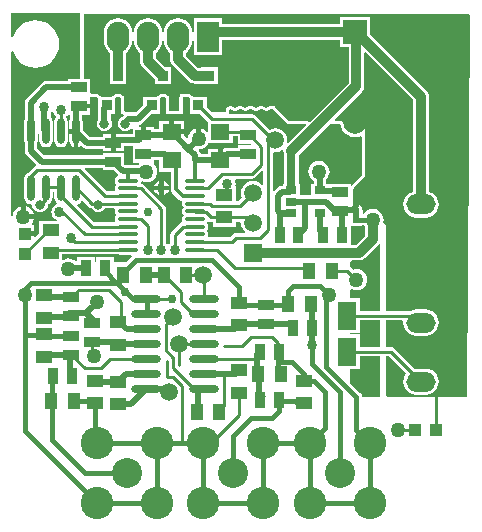
<source format=gtl>
%FSLAX25Y25*%
%MOIN*%
G70*
G01*
G75*
G04 Layer_Physical_Order=1*
G04 Layer_Color=255*
%ADD10O,0.09843X0.02756*%
%ADD11O,0.02362X0.08661*%
%ADD12R,0.03740X0.05315*%
%ADD13R,0.04134X0.05512*%
%ADD14R,0.05512X0.04134*%
%ADD15R,0.06300X0.05500*%
%ADD16O,0.06693X0.01378*%
%ADD17R,0.03543X0.02559*%
%ADD18R,0.03543X0.03740*%
%ADD19R,0.03937X0.03937*%
%ADD20R,0.05315X0.03740*%
%ADD21R,0.06102X0.09449*%
%ADD22R,0.03937X0.03937*%
%ADD23C,0.05906*%
%ADD24R,0.02000X0.02000*%
%ADD25C,0.01000*%
%ADD26C,0.02000*%
%ADD27C,0.01600*%
%ADD28C,0.03200*%
%ADD29C,0.02800*%
%ADD30C,0.01400*%
%ADD31C,0.10827*%
%ADD32C,0.10000*%
%ADD33R,0.07480X0.10236*%
%ADD34O,0.07480X0.10236*%
%ADD35O,0.09843X0.06693*%
%ADD36R,0.07874X0.07874*%
%ADD37C,0.07874*%
%ADD38R,0.05906X0.05906*%
%ADD39C,0.03400*%
%ADD40C,0.02400*%
%ADD41C,0.05000*%
%ADD42C,0.03150*%
%ADD43C,0.03000*%
G36*
X267463Y297393D02*
X268122Y297262D01*
X271892D01*
X272202Y296798D01*
X270405Y295000D01*
X266020D01*
Y296657D01*
X260279D01*
Y295000D01*
X259720D01*
Y296657D01*
X253980D01*
Y295039D01*
X253440D01*
X252765Y295557D01*
X251914Y295910D01*
X251000Y296030D01*
X250086Y295910D01*
X249235Y295557D01*
X249215Y295542D01*
X248766Y295763D01*
Y297455D01*
X267371D01*
X267463Y297393D01*
D02*
G37*
G36*
X355000Y300709D02*
Y278533D01*
X348051D01*
Y282728D01*
X345000D01*
Y285590D01*
X345416Y285868D01*
X346086Y285590D01*
X347000Y285470D01*
X347914Y285590D01*
X348765Y285943D01*
X349496Y286504D01*
X350057Y287235D01*
X350410Y288086D01*
X350530Y289000D01*
X350410Y289914D01*
X350057Y290765D01*
X349496Y291496D01*
X348765Y292057D01*
X347914Y292410D01*
X347000Y292530D01*
X346086Y292410D01*
X345851Y292312D01*
X345081Y293081D01*
X345000Y293136D01*
Y295025D01*
D01*
Y295025D01*
X345353Y295378D01*
X348000D01*
X348000Y295378D01*
X348679Y295467D01*
X349311Y295729D01*
X349854Y296146D01*
X354354Y300646D01*
X354354Y300646D01*
X354526Y300870D01*
X355000Y300709D01*
D02*
G37*
G36*
X315971Y325154D02*
Y320748D01*
X315497Y320587D01*
X315319Y320819D01*
X314493Y321453D01*
X313532Y321851D01*
X312500Y321987D01*
X311468Y321851D01*
X310507Y321453D01*
X309681Y320819D01*
X309047Y319993D01*
X308649Y319032D01*
X308513Y318000D01*
X308649Y316968D01*
X308841Y316504D01*
X307540Y315203D01*
X306756D01*
Y320307D01*
X306756D01*
X306648Y320430D01*
X306723Y321000D01*
X306630Y321705D01*
X306403Y322255D01*
X306680Y322671D01*
X312200D01*
X312785Y322787D01*
X313281Y323119D01*
X315509Y325346D01*
X315971Y325154D01*
D02*
G37*
G36*
X341690Y340211D02*
X342188Y339010D01*
X342979Y337979D01*
X344010Y337188D01*
X345211Y336690D01*
X346500Y336520D01*
X347789Y336690D01*
X348462Y336969D01*
X348878Y336691D01*
Y323761D01*
X345558Y320442D01*
X345486Y320335D01*
X345008Y320480D01*
Y321020D01*
X337693D01*
Y321020D01*
X337550Y321020D01*
X337496Y321020D01*
Y321020D01*
X337496D01*
X337496D01*
X336764D01*
Y322325D01*
X336996Y322504D01*
X337557Y323235D01*
X337910Y324086D01*
X338030Y325000D01*
X337910Y325914D01*
X337557Y326765D01*
X336996Y327496D01*
X336265Y328057D01*
X335414Y328410D01*
X334500Y328530D01*
X333586Y328410D01*
X332735Y328057D01*
X332004Y327496D01*
X331443Y326765D01*
X331090Y325914D01*
X330970Y325000D01*
X331090Y324086D01*
X331443Y323235D01*
X332004Y322504D01*
X332685Y321981D01*
Y321020D01*
X331953D01*
Y317039D01*
X328047D01*
Y317280D01*
Y321020D01*
X327723D01*
Y330514D01*
X338209Y341000D01*
X341586D01*
X341690Y340211D01*
D02*
G37*
G36*
X262343Y325480D02*
X265986D01*
X267365Y324102D01*
X267407Y323889D01*
X267373Y323547D01*
X266904Y323233D01*
X266531Y322675D01*
X266400Y322016D01*
X266531Y321357D01*
X266904Y320798D01*
Y320674D01*
X266531Y320116D01*
X266400Y319457D01*
X266528Y318813D01*
X266211Y318427D01*
X263736D01*
X256314Y325849D01*
X256505Y326311D01*
X262343D01*
Y325480D01*
D02*
G37*
G36*
X257828Y313257D02*
X258324Y312926D01*
X258688Y312853D01*
X258751Y312702D01*
X259164Y312164D01*
X259701Y311751D01*
X260328Y311491D01*
X261000Y311403D01*
X261672Y311491D01*
X262298Y311751D01*
X262836Y312164D01*
X263249Y312702D01*
X263294Y312809D01*
X266211D01*
X266528Y312423D01*
X266400Y311779D01*
X266531Y311121D01*
X266904Y310562D01*
Y310438D01*
X266531Y309879D01*
X266400Y309221D01*
X266528Y308577D01*
X266211Y308191D01*
X259472D01*
X253863Y313800D01*
X254008Y314279D01*
X254351Y314347D01*
X255072Y314829D01*
X255328Y315211D01*
X255825Y315260D01*
X257828Y313257D01*
D02*
G37*
G36*
X384997Y377145D02*
X383876Y250020D01*
X357354Y249989D01*
X357000Y250342D01*
Y263467D01*
X357843D01*
X363570Y257740D01*
X363129Y257164D01*
X362691Y256107D01*
X362541Y254972D01*
X362691Y253838D01*
X363129Y252781D01*
X363825Y251872D01*
X364733Y251176D01*
X365791Y250738D01*
X366925Y250588D01*
X370075D01*
X371210Y250738D01*
X372267Y251176D01*
X373175Y251872D01*
X373871Y252781D01*
X374309Y253838D01*
X374459Y254972D01*
X374309Y256107D01*
X373871Y257164D01*
X373175Y258072D01*
X372267Y258769D01*
X371210Y259207D01*
X370075Y259356D01*
X366925D01*
X366354Y259281D01*
X359558Y266077D01*
X359062Y266409D01*
X358476Y266526D01*
X357000D01*
Y275475D01*
X362270D01*
X362599Y275099D01*
X362541Y274658D01*
X362691Y273523D01*
X363129Y272465D01*
X363825Y271557D01*
X364733Y270861D01*
X365791Y270423D01*
X366925Y270273D01*
X370075D01*
X371210Y270423D01*
X372267Y270861D01*
X373175Y271557D01*
X373871Y272465D01*
X374309Y273523D01*
X374459Y274658D01*
X374309Y275792D01*
X373871Y276850D01*
X373175Y277757D01*
X372267Y278454D01*
X371210Y278892D01*
X370075Y279041D01*
X366925D01*
X365791Y278892D01*
X364925Y278533D01*
X357000D01*
Y307000D01*
X355910Y308090D01*
X356030Y309000D01*
X355910Y309914D01*
X355557Y310765D01*
X354996Y311496D01*
X354265Y312057D01*
X353414Y312410D01*
X352500Y312530D01*
X351586Y312410D01*
X350735Y312057D01*
X350004Y311496D01*
X349513Y310856D01*
X349039Y311017D01*
Y312000D01*
X348884Y312780D01*
X348442Y313442D01*
X347780Y313884D01*
X347000Y314039D01*
Y319000D01*
X350000Y322000D01*
Y341000D01*
X342615D01*
X342597Y341133D01*
X342554Y341259D01*
X342528Y341390D01*
X342491Y341446D01*
X342469Y341510D01*
X342381Y341610D01*
X342307Y341721D01*
X342251Y341758D01*
X342207Y341809D01*
X342087Y341868D01*
X341976Y341942D01*
X341910Y341955D01*
X341850Y341985D01*
X341717Y341994D01*
X341586Y342020D01*
X339882D01*
X339690Y342481D01*
X348854Y351646D01*
X348854Y351646D01*
X349271Y352189D01*
X349380Y352451D01*
X349533Y352821D01*
X349622Y353500D01*
X349622Y353500D01*
Y364516D01*
X350084Y364707D01*
X365878Y348914D01*
Y318274D01*
X365791Y318262D01*
X364733Y317824D01*
X363825Y317127D01*
X363129Y316219D01*
X362691Y315162D01*
X362541Y314028D01*
X362691Y312893D01*
X363129Y311836D01*
X363825Y310928D01*
X364733Y310231D01*
X365791Y309793D01*
X366925Y309644D01*
X370075D01*
X371210Y309793D01*
X372267Y310231D01*
X373175Y310928D01*
X373871Y311836D01*
X374309Y312893D01*
X374459Y314028D01*
X374309Y315162D01*
X373871Y316219D01*
X373175Y317127D01*
X372267Y317824D01*
X371210Y318262D01*
X371122Y318274D01*
Y350000D01*
X371122Y350000D01*
X371033Y350679D01*
X370771Y351311D01*
X370354Y351854D01*
X370354Y351854D01*
X351437Y370772D01*
Y376437D01*
X341563D01*
Y374122D01*
X302240D01*
Y376118D01*
X292760D01*
Y371564D01*
X292261Y371531D01*
X292118Y372615D01*
X291640Y373768D01*
X290881Y374759D01*
X289891Y375518D01*
X288737Y375996D01*
X287500Y376159D01*
X286263Y375996D01*
X285109Y375518D01*
X284119Y374759D01*
X283360Y373768D01*
X282882Y372615D01*
X282750Y371614D01*
X282250D01*
X282118Y372615D01*
X281641Y373768D01*
X280881Y374759D01*
X279890Y375518D01*
X278737Y375996D01*
X277500Y376159D01*
X276263Y375996D01*
X275110Y375518D01*
X274119Y374759D01*
X273359Y373768D01*
X272882Y372615D01*
X272750Y371614D01*
X272250D01*
X272118Y372615D01*
X271640Y373768D01*
X270881Y374759D01*
X269890Y375518D01*
X268737Y375996D01*
X267500Y376159D01*
X266263Y375996D01*
X265109Y375518D01*
X264119Y374759D01*
X263359Y373768D01*
X262882Y372615D01*
X262719Y371378D01*
Y368622D01*
X262882Y367385D01*
X263359Y366231D01*
X264119Y365241D01*
X264878Y364660D01*
Y359791D01*
X264728D01*
Y354051D01*
X270272D01*
Y359791D01*
X270122D01*
Y364660D01*
X270881Y365241D01*
X271640Y366231D01*
X272118Y367385D01*
X272250Y368386D01*
X272750D01*
X272882Y367385D01*
X273359Y366231D01*
X274119Y365241D01*
X274878Y364660D01*
Y361921D01*
X274878Y361921D01*
X274967Y361243D01*
X275229Y360610D01*
X275646Y360067D01*
X279728Y355984D01*
Y354051D01*
X285272D01*
Y359791D01*
X283339D01*
X280122Y363007D01*
Y364660D01*
X280881Y365241D01*
X281641Y366231D01*
X282118Y367385D01*
X282250Y368386D01*
X282750D01*
X282882Y367385D01*
X283360Y366231D01*
X284119Y365241D01*
X284878Y364660D01*
Y362500D01*
X284878Y362500D01*
X284967Y361821D01*
X285229Y361189D01*
X285646Y360646D01*
X291224Y355067D01*
X291224Y355067D01*
X291768Y354650D01*
X292400Y354388D01*
X293079Y354299D01*
X293079Y354299D01*
X295228D01*
Y354051D01*
X300772D01*
Y359791D01*
X295228D01*
Y359544D01*
X294165D01*
X290122Y363586D01*
Y364660D01*
X290881Y365241D01*
X291640Y366231D01*
X292118Y367385D01*
X292261Y368469D01*
X292760Y368436D01*
Y363882D01*
X302240D01*
Y368878D01*
X341563D01*
Y366563D01*
X344378D01*
Y354586D01*
X331399Y341608D01*
X330902Y341657D01*
X330859Y341721D01*
X330528Y341942D01*
X330138Y342020D01*
X324423D01*
X319767Y346680D01*
X319725Y346708D01*
X319692Y346747D01*
X319561Y346818D01*
X319436Y346901D01*
X319386Y346911D01*
X319342Y346935D01*
X319193Y346949D01*
X319046Y346979D01*
X318996Y346969D01*
X318946Y346974D01*
X318486Y346929D01*
X318438Y346914D01*
X318387D01*
X318249Y346857D01*
X318106Y346813D01*
X318067Y346781D01*
X318020Y346762D01*
X317461Y346388D01*
X317000Y346297D01*
X316539Y346388D01*
X315980Y346762D01*
X315888Y346800D01*
X315804Y346856D01*
X315706Y346876D01*
X315613Y346914D01*
X315512D01*
X315414Y346934D01*
X315086D01*
X314988Y346914D01*
X314887D01*
X314794Y346876D01*
X314696Y346856D01*
X314612Y346800D01*
X314520Y346762D01*
X313961Y346388D01*
X313500Y346297D01*
X313039Y346388D01*
X312480Y346762D01*
X312388Y346800D01*
X312304Y346856D01*
X312206Y346876D01*
X312113Y346914D01*
X312012D01*
X311914Y346934D01*
X311586D01*
X311488Y346914D01*
X311387D01*
X311294Y346876D01*
X311196Y346856D01*
X311112Y346800D01*
X311020Y346762D01*
X310461Y346388D01*
X310000Y346297D01*
X309539Y346388D01*
X308980Y346762D01*
X308888Y346800D01*
X308804Y346856D01*
X308706Y346876D01*
X308613Y346914D01*
X308512D01*
X308414Y346934D01*
X308086D01*
X307988Y346914D01*
X307887D01*
X307794Y346876D01*
X307696Y346856D01*
X307612Y346800D01*
X307520Y346762D01*
X306961Y346388D01*
X306500Y346297D01*
X306039Y346388D01*
X305519Y346736D01*
X305381Y346793D01*
X305249Y346864D01*
X305198Y346869D01*
X305152Y346888D01*
X305002D01*
X304853Y346903D01*
X304804Y346888D01*
X304754D01*
X304615Y346831D01*
X304472Y346787D01*
X304031Y346551D01*
X303915Y346456D01*
X303791Y346373D01*
X303763Y346331D01*
X303724Y346299D01*
X303653Y346167D01*
X303570Y346042D01*
X303560Y345993D01*
X303536Y345948D01*
X303521Y345799D01*
X303492Y345652D01*
Y345000D01*
X298501D01*
X297031Y346470D01*
Y349949D01*
X292430D01*
X292430Y349950D01*
X292402Y349992D01*
X292387Y350040D01*
X292292Y350156D01*
X292209Y350280D01*
X292167Y350308D01*
X292135Y350347D01*
X291748Y350665D01*
X291704Y350689D01*
X291668Y350724D01*
X291530Y350782D01*
X291398Y350852D01*
X291347Y350857D01*
X291301Y350877D01*
X291151D01*
X291002Y350891D01*
X290953Y350877D01*
X290903D01*
X290500Y350797D01*
X289989Y350898D01*
X289916Y350947D01*
X289818Y350966D01*
X289725Y351005D01*
X289625D01*
X289526Y351024D01*
X289012Y351024D01*
X288803Y350983D01*
X288622Y350947D01*
X288622Y350947D01*
X288621Y350947D01*
X288447Y350830D01*
X288291Y350726D01*
X288291Y350726D01*
X288291Y350726D01*
X288186Y350569D01*
X288070Y350395D01*
X288070Y350395D01*
X288070Y350395D01*
X288034Y350214D01*
X287992Y350005D01*
Y349949D01*
X287992Y349949D01*
Y345228D01*
X284488D01*
Y349555D01*
X284478Y349605D01*
X284483Y349655D01*
X284440Y349799D01*
X284411Y349946D01*
X284382Y349988D01*
X284368Y350036D01*
X284273Y350152D01*
X284190Y350276D01*
X284147Y350305D01*
X284115Y350344D01*
X283729Y350661D01*
X283684Y350685D01*
X283648Y350720D01*
X283510Y350778D01*
X283378Y350848D01*
X283328Y350853D01*
X283281Y350873D01*
X283131D01*
X282982Y350887D01*
X282934Y350873D01*
X282883D01*
X282500Y350797D01*
X282117Y350873D01*
X282066D01*
X282018Y350887D01*
X281869Y350873D01*
X281719D01*
X281672Y350853D01*
X281622Y350848D01*
X281490Y350778D01*
X281351Y350720D01*
X281316Y350685D01*
X281271Y350661D01*
X280885Y350344D01*
X280853Y350305D01*
X280810Y350276D01*
X280727Y350152D01*
X280632Y350036D01*
X280618Y349988D01*
X280592Y349949D01*
X275988D01*
Y347191D01*
X273797Y345000D01*
X269847D01*
X269721Y345067D01*
X269596Y345151D01*
X269547Y345161D01*
X269502Y345184D01*
X269488Y345186D01*
Y349555D01*
X269478Y349605D01*
X269483Y349655D01*
X269440Y349799D01*
X269410Y349946D01*
X269382Y349988D01*
X269368Y350036D01*
X269273Y350152D01*
X269190Y350276D01*
X269147Y350305D01*
X269115Y350344D01*
X268729Y350661D01*
X268684Y350685D01*
X268649Y350720D01*
X268510Y350778D01*
X268378Y350848D01*
X268328Y350853D01*
X268281Y350873D01*
X268131D01*
X267982Y350887D01*
X267934Y350873D01*
X267883D01*
X267500Y350797D01*
X267117Y350873D01*
X267066D01*
X267018Y350887D01*
X266869Y350873D01*
X266719D01*
X266672Y350853D01*
X266622Y350848D01*
X266490Y350778D01*
X266352Y350720D01*
X266316Y350685D01*
X266271Y350661D01*
X265885Y350344D01*
X265853Y350305D01*
X265810Y350276D01*
X265727Y350152D01*
X265632Y350036D01*
X265618Y349988D01*
X265592Y349949D01*
X261881D01*
X261792Y350056D01*
X261709Y350181D01*
X261667Y350209D01*
X261635Y350248D01*
X261248Y350565D01*
X261204Y350589D01*
X261168Y350625D01*
X261030Y350682D01*
X260898Y350753D01*
X260847Y350758D01*
X260801Y350777D01*
X260651Y350777D01*
X260545Y350788D01*
X259989Y350898D01*
X259922Y350943D01*
X259824Y350962D01*
X259731Y351001D01*
X259631D01*
X259532Y351020D01*
X258511Y351020D01*
X258157Y351374D01*
Y356020D01*
X256020D01*
Y377500D01*
X384645D01*
X384997Y377145D01*
D02*
G37*
G36*
X297849Y308347D02*
X298434Y308230D01*
X299244D01*
Y306693D01*
X306756D01*
Y308230D01*
X308311D01*
X308513Y308000D01*
X308649Y306968D01*
X309047Y306007D01*
X309681Y305181D01*
X309913Y305003D01*
X309752Y304529D01*
X307000D01*
X306415Y304413D01*
X305919Y304081D01*
X304910Y303073D01*
X297789D01*
X297472Y303459D01*
X297600Y304102D01*
X297469Y304761D01*
X297096Y305320D01*
Y305444D01*
X297469Y306002D01*
X297600Y306661D01*
X297469Y307320D01*
X297096Y307879D01*
Y308003D01*
X297469Y308561D01*
X297505Y308576D01*
X297849Y308347D01*
D02*
G37*
G36*
X349878Y306668D02*
Y303586D01*
X346914Y300622D01*
X345020D01*
Y307000D01*
X346803D01*
X347000Y306961D01*
X347197Y307000D01*
X349000D01*
Y307165D01*
X349497D01*
X349878Y306668D01*
D02*
G37*
G36*
X289642Y349928D02*
X290500Y349757D01*
X291102Y349877D01*
X291488Y349559D01*
Y344209D01*
X294967D01*
X297500Y341676D01*
Y338487D01*
X297026Y338326D01*
X296896Y338496D01*
X296165Y339057D01*
X295314Y339410D01*
X295200Y339425D01*
Y336000D01*
X293600D01*
Y339425D01*
X293486Y339410D01*
X292635Y339057D01*
X291904Y338496D01*
X291343Y337765D01*
X290990Y336914D01*
X290899Y336219D01*
X290425Y336059D01*
X289500Y336984D01*
Y337450D01*
X285350D01*
Y338250D01*
X284550D01*
Y342000D01*
X281200D01*
Y339189D01*
X279658D01*
Y340020D01*
X276800D01*
Y337150D01*
X275200D01*
Y340020D01*
X274514D01*
X274465Y340517D01*
X274961Y340616D01*
X275623Y341058D01*
X278774Y344209D01*
X281532D01*
Y349555D01*
X281918Y349873D01*
X282500Y349757D01*
X283082Y349873D01*
X283469Y349555D01*
Y344209D01*
X289012D01*
Y349949D01*
X289012D01*
Y350005D01*
X289526Y350005D01*
X289642Y349928D01*
D02*
G37*
G36*
X355000Y250000D02*
X348835D01*
X348696Y250702D01*
X348298Y251298D01*
X345000Y254595D01*
Y259272D01*
X348051D01*
Y263467D01*
X355000D01*
Y250000D01*
D02*
G37*
G36*
X255000Y356020D02*
X250842D01*
Y355189D01*
X243650D01*
X242869Y355034D01*
X242208Y354591D01*
X237058Y349442D01*
X236616Y348780D01*
X236461Y348000D01*
Y342472D01*
X236445Y342449D01*
X236276Y341598D01*
Y335299D01*
X236445Y334448D01*
X236461Y334425D01*
Y332000D01*
X236616Y331220D01*
X237058Y330558D01*
X240197Y327419D01*
X240052Y326940D01*
X239915Y326913D01*
X239419Y326581D01*
X237479Y324641D01*
X236928Y324273D01*
X236445Y323552D01*
X236276Y322701D01*
Y316402D01*
X236445Y315551D01*
X236928Y314829D01*
X237649Y314347D01*
X238500Y314178D01*
X238511Y314180D01*
X238918Y313889D01*
X238991Y313328D01*
X239251Y312702D01*
X239664Y312164D01*
X240201Y311751D01*
X240828Y311491D01*
X241500Y311403D01*
X242172Y311491D01*
X242798Y311751D01*
X243336Y312164D01*
X243749Y312702D01*
X244008Y313328D01*
X244097Y314000D01*
X244059Y314289D01*
X244351Y314347D01*
X245073Y314829D01*
X245555Y315551D01*
X245724Y316402D01*
Y318219D01*
X246276D01*
Y316402D01*
X246445Y315551D01*
X246927Y314829D01*
X247230Y314627D01*
X247256Y314429D01*
X247224Y314101D01*
X246638Y313858D01*
X246074Y313426D01*
X245642Y312862D01*
X245370Y312205D01*
X245277Y311500D01*
X245370Y310795D01*
X245642Y310138D01*
X246074Y309574D01*
X246638Y309142D01*
X247051Y308971D01*
X246953Y308480D01*
X241254D01*
Y304571D01*
X239930Y303247D01*
X239469Y303438D01*
Y303547D01*
X236500D01*
Y305147D01*
X239469D01*
Y307315D01*
X238917D01*
X238696Y307764D01*
X239057Y308235D01*
X239410Y309086D01*
X239425Y309200D01*
X236000D01*
Y310000D01*
X235200D01*
Y313425D01*
X235086Y313410D01*
X234235Y313057D01*
X233504Y312496D01*
X232943Y311765D01*
X232590Y310914D01*
X232499Y310221D01*
X232000Y310254D01*
Y364989D01*
X232495Y365063D01*
X232676Y364466D01*
X233408Y363095D01*
X234394Y361894D01*
X235595Y360908D01*
X236966Y360175D01*
X238453Y359724D01*
X240000Y359572D01*
X241547Y359724D01*
X243034Y360175D01*
X244405Y360908D01*
X245606Y361894D01*
X246592Y363095D01*
X247324Y364466D01*
X247776Y365953D01*
X247928Y367500D01*
X247776Y369047D01*
X247324Y370534D01*
X246592Y371904D01*
X245606Y373106D01*
X244405Y374092D01*
X243034Y374825D01*
X241547Y375276D01*
X240000Y375428D01*
X238453Y375276D01*
X236966Y374825D01*
X235595Y374092D01*
X234394Y373106D01*
X233408Y371904D01*
X232676Y370534D01*
X232495Y369937D01*
X232000Y370011D01*
Y378000D01*
X255000D01*
Y356020D01*
D02*
G37*
G36*
X324000Y341000D02*
X330138D01*
X330329Y340538D01*
X324339Y334548D01*
X323891Y334769D01*
X323987Y335500D01*
X323851Y336532D01*
X323453Y337493D01*
X322819Y338319D01*
X321993Y338953D01*
X321032Y339351D01*
X320000Y339487D01*
X318968Y339351D01*
X318008Y338953D01*
X313380Y343581D01*
X312884Y343913D01*
X312298Y344029D01*
X304512D01*
Y344209D01*
X304512D01*
Y345652D01*
X304953Y345888D01*
X305642Y345428D01*
X306500Y345257D01*
X307358Y345428D01*
X308086Y345914D01*
X308414D01*
X309142Y345428D01*
X310000Y345257D01*
X310858Y345428D01*
X311586Y345914D01*
X311914D01*
X312642Y345428D01*
X313500Y345257D01*
X314358Y345428D01*
X315086Y345914D01*
X315414D01*
X316142Y345428D01*
X317000Y345257D01*
X317858Y345428D01*
X318586Y345914D01*
X319045Y345959D01*
X324000Y341000D01*
D02*
G37*
G36*
X355000Y266526D02*
X348051D01*
Y270721D01*
X345000D01*
Y271280D01*
X348051D01*
Y275475D01*
X355000D01*
Y266526D01*
D02*
G37*
G36*
X307343Y334279D02*
X311744D01*
X312022Y333864D01*
X311963Y333720D01*
X307343D01*
Y332890D01*
X303750D01*
X302970Y332734D01*
X302619Y332500D01*
X302450D01*
Y328750D01*
X300850D01*
Y332500D01*
X297500D01*
Y330789D01*
X295178D01*
X295104Y331160D01*
X294662Y331821D01*
X294459Y332025D01*
X294619Y332499D01*
X295314Y332590D01*
X296165Y332943D01*
X296896Y333504D01*
X297457Y334235D01*
X297567Y334500D01*
X305800D01*
Y336721D01*
X307343D01*
Y334279D01*
D02*
G37*
G36*
X281200Y325000D02*
X285111D01*
Y319155D01*
X285243Y318492D01*
X285619Y317930D01*
X287877Y315672D01*
X288439Y315296D01*
X288885Y315208D01*
X288972Y314998D01*
X288841Y314339D01*
X288972Y313680D01*
X289345Y313121D01*
Y312997D01*
X288972Y312439D01*
X288841Y311779D01*
X288972Y311121D01*
X289345Y310562D01*
Y310438D01*
X288972Y309879D01*
X288841Y309221D01*
X288972Y308561D01*
X288972Y308561D01*
X288972Y308561D01*
X288973Y308560D01*
X288755Y308110D01*
X288576Y308074D01*
X288080Y307743D01*
X285419Y305081D01*
X285087Y304585D01*
X284971Y304000D01*
Y301230D01*
X284574Y300926D01*
X284500Y300829D01*
X284000D01*
X283926Y300926D01*
X283529Y301230D01*
Y312500D01*
X283413Y313085D01*
X283081Y313581D01*
X276125Y320538D01*
X275629Y320870D01*
X275043Y320986D01*
X275043Y320986D01*
D01*
X275028Y321357D01*
X275028Y321357D01*
X275028Y321357D01*
X275075Y321591D01*
X275516Y321827D01*
X276086Y321590D01*
X277000Y321470D01*
X277914Y321590D01*
X278765Y321943D01*
X279496Y322504D01*
X280057Y323235D01*
X280410Y324086D01*
X280530Y325000D01*
X280410Y325914D01*
X280057Y326765D01*
X279496Y327496D01*
X279482Y327507D01*
X279643Y327980D01*
X279658D01*
Y328811D01*
X281200D01*
Y325000D01*
D02*
G37*
G36*
X259642Y349928D02*
X260500Y349757D01*
X260602Y349777D01*
X260988Y349460D01*
Y346457D01*
X260961Y346319D01*
Y342572D01*
X260751Y342299D01*
X260491Y341672D01*
X260403Y341000D01*
X260491Y340328D01*
X260751Y339702D01*
X261164Y339164D01*
X261701Y338751D01*
X262328Y338492D01*
X263000Y338403D01*
X263672Y338492D01*
X264299Y338751D01*
X264836Y339164D01*
X265249Y339702D01*
X265509Y340328D01*
X265597Y341000D01*
X265509Y341672D01*
X265249Y342299D01*
X265039Y342572D01*
Y344209D01*
X266531D01*
Y349555D01*
X266918Y349873D01*
X267500Y349757D01*
X268082Y349873D01*
X268468Y349555D01*
Y344209D01*
X269206D01*
X269359Y343922D01*
X269191Y343452D01*
X268702Y343249D01*
X268164Y342836D01*
X267751Y342299D01*
X267492Y341672D01*
X267403Y341000D01*
X267492Y340328D01*
X267751Y339702D01*
X268164Y339164D01*
X268702Y338751D01*
X269328Y338492D01*
X270000Y338403D01*
X270672Y338492D01*
X271299Y338751D01*
X271836Y339164D01*
X271869Y339206D01*
X272342Y339046D01*
Y337659D01*
X266971D01*
X266800Y337626D01*
Y334650D01*
Y331780D01*
X269657D01*
Y333581D01*
X272342D01*
Y327980D01*
X274357D01*
X274464Y327666D01*
X274172Y327260D01*
X269975D01*
X269657Y327577D01*
Y331221D01*
X262343D01*
Y330390D01*
X242994D01*
X240539Y332845D01*
Y334425D01*
X240555Y334448D01*
X240724Y335299D01*
Y337894D01*
X240875Y337940D01*
X241276Y337642D01*
Y335299D01*
X241445Y334448D01*
X241928Y333727D01*
X242649Y333245D01*
X243500Y333075D01*
X244351Y333245D01*
X245073Y333727D01*
X245555Y334448D01*
X245724Y335299D01*
Y341598D01*
X245555Y342449D01*
X245073Y343171D01*
X245039Y343193D01*
Y344722D01*
X245358Y345138D01*
X245358D01*
D01*
X245358D01*
X245851Y344934D01*
X245869Y344795D01*
X246142Y344138D01*
X246574Y343574D01*
X246746Y343443D01*
X246927Y343171D01*
X246445Y342449D01*
X246276Y341598D01*
Y335299D01*
X246445Y334448D01*
X246927Y333727D01*
X247649Y333245D01*
X248500Y333075D01*
X249351Y333245D01*
X250073Y333727D01*
X250555Y334448D01*
X250724Y335299D01*
Y341598D01*
X250555Y342449D01*
X250073Y343171D01*
X250254Y343443D01*
X250426Y343574D01*
X250759Y344009D01*
X250842Y343980D01*
Y343980D01*
X250842Y343980D01*
X251461D01*
Y342472D01*
X251445Y342449D01*
X251276Y341598D01*
Y339249D01*
X253500D01*
Y338449D01*
X254300D01*
Y333235D01*
X254351Y333245D01*
X255072Y333727D01*
X255135Y333733D01*
X255660Y333208D01*
X256322Y332766D01*
X257102Y332610D01*
X257102Y332610D01*
X262343D01*
Y331780D01*
X265200D01*
Y334650D01*
Y337520D01*
X262343D01*
Y336689D01*
X257947D01*
X255724Y338912D01*
Y341598D01*
X255555Y342449D01*
X255539Y342472D01*
Y343980D01*
X258157D01*
Y346050D01*
X254500D01*
Y347650D01*
X258157D01*
Y349721D01*
X258157D01*
Y350000D01*
X259532Y350001D01*
X259642Y349928D01*
D02*
G37*
G36*
X322682Y331993D02*
X322653Y331776D01*
X322743Y331097D01*
X322829Y330889D01*
Y321020D01*
X322504D01*
Y320319D01*
X322280D01*
X321499Y320163D01*
X320838Y319722D01*
X319558Y318442D01*
X319508Y318367D01*
X319029Y318512D01*
Y331262D01*
X319405Y331591D01*
X320000Y331513D01*
X321032Y331649D01*
X321993Y332047D01*
X322249Y332243D01*
X322682Y331993D01*
D02*
G37*
%LPC*%
G36*
X282800Y321890D02*
Y320300D01*
X284390D01*
X284355Y320476D01*
X283802Y321302D01*
X282976Y321855D01*
X282800Y321890D01*
D02*
G37*
G36*
X252700Y337649D02*
X251276D01*
Y335299D01*
X251445Y334448D01*
X251927Y333727D01*
X252649Y333245D01*
X252700Y333235D01*
Y337649D01*
D02*
G37*
G36*
X289500Y342000D02*
X286150D01*
Y339050D01*
X289500D01*
Y342000D01*
D02*
G37*
G36*
X281200Y321890D02*
X281025Y321855D01*
X280198Y321302D01*
X279645Y320476D01*
X279610Y320300D01*
X281200D01*
Y321890D01*
D02*
G37*
G36*
X236800Y313425D02*
Y310800D01*
X239425D01*
X239410Y310914D01*
X239057Y311765D01*
X238496Y312496D01*
X237765Y313057D01*
X236914Y313410D01*
X236800Y313425D01*
D02*
G37*
G36*
X281200Y318700D02*
X279610D01*
X279645Y318525D01*
X280198Y317698D01*
X281025Y317145D01*
X281200Y317110D01*
Y318700D01*
D02*
G37*
G36*
X284390D02*
X282800D01*
Y317110D01*
X282976Y317145D01*
X283802Y317698D01*
X284355Y318525D01*
X284390Y318700D01*
D02*
G37*
%LPD*%
D10*
X276854Y282500D02*
D03*
Y277500D02*
D03*
Y272500D02*
D03*
Y267500D02*
D03*
Y262500D02*
D03*
Y257500D02*
D03*
Y252500D02*
D03*
X296146Y282500D02*
D03*
Y277500D02*
D03*
Y272500D02*
D03*
Y267500D02*
D03*
Y262500D02*
D03*
Y257500D02*
D03*
Y252500D02*
D03*
D11*
X253500Y338449D02*
D03*
X248500D02*
D03*
X243500D02*
D03*
X238500D02*
D03*
X253500Y319551D02*
D03*
X248500D02*
D03*
X243500D02*
D03*
X238500D02*
D03*
D12*
X263150Y293000D02*
D03*
X256850D02*
D03*
X325850Y273000D02*
D03*
X332150D02*
D03*
X252150Y257000D02*
D03*
X245850D02*
D03*
X314850Y249000D02*
D03*
X321150D02*
D03*
X321150Y265000D02*
D03*
X314850D02*
D03*
X327650Y304000D02*
D03*
X321350D02*
D03*
X342150D02*
D03*
X335850D02*
D03*
D13*
X276740Y290500D02*
D03*
X269260D02*
D03*
X290240D02*
D03*
X282760D02*
D03*
X293760Y245000D02*
D03*
X301240D02*
D03*
X331740Y281000D02*
D03*
X324260D02*
D03*
X314260Y257500D02*
D03*
X321740D02*
D03*
X245260Y248500D02*
D03*
X252740D02*
D03*
X331260Y292000D02*
D03*
X338740D02*
D03*
D14*
X308000Y258740D02*
D03*
Y251260D02*
D03*
X260000Y255240D02*
D03*
Y247760D02*
D03*
X267500Y247413D02*
D03*
Y254894D02*
D03*
X308000Y273760D02*
D03*
Y281240D02*
D03*
X329500Y247760D02*
D03*
Y255240D02*
D03*
X243000Y263260D02*
D03*
Y270740D02*
D03*
X245010Y297933D02*
D03*
Y305413D02*
D03*
X243000Y283740D02*
D03*
Y276260D02*
D03*
X267500Y267260D02*
D03*
Y274740D02*
D03*
X303000Y317240D02*
D03*
Y309760D02*
D03*
D15*
X301650Y328750D02*
D03*
X285350D02*
D03*
Y338250D02*
D03*
X301650D02*
D03*
D16*
X270779Y322016D02*
D03*
Y319457D02*
D03*
Y316898D02*
D03*
Y314339D02*
D03*
Y311779D02*
D03*
Y309221D02*
D03*
Y306661D02*
D03*
Y304102D02*
D03*
Y301543D02*
D03*
Y298984D02*
D03*
X293220Y322016D02*
D03*
Y319457D02*
D03*
Y316898D02*
D03*
Y314339D02*
D03*
Y311779D02*
D03*
Y309221D02*
D03*
Y306661D02*
D03*
Y304102D02*
D03*
Y301543D02*
D03*
Y298984D02*
D03*
D17*
X334724Y318740D02*
D03*
Y311260D02*
D03*
X325276D02*
D03*
Y315000D02*
D03*
Y318740D02*
D03*
D18*
X294260Y347079D02*
D03*
X298000Y356921D02*
D03*
X301740Y347079D02*
D03*
X263760D02*
D03*
X267500Y356921D02*
D03*
X271240Y347079D02*
D03*
X278760D02*
D03*
X282500Y356921D02*
D03*
X286240Y347079D02*
D03*
D19*
X236500Y304346D02*
D03*
Y297654D02*
D03*
D20*
X252000Y270150D02*
D03*
Y263850D02*
D03*
Y276850D02*
D03*
Y283150D02*
D03*
X259000Y274650D02*
D03*
Y268350D02*
D03*
X266000Y334650D02*
D03*
Y328350D02*
D03*
X276000Y337150D02*
D03*
Y330850D02*
D03*
X311000Y330850D02*
D03*
Y337150D02*
D03*
X254500Y353150D02*
D03*
Y346850D02*
D03*
X341350Y311850D02*
D03*
Y318150D02*
D03*
X317000Y280650D02*
D03*
Y274350D02*
D03*
D21*
X344000Y264996D02*
D03*
Y277004D02*
D03*
D22*
X366653Y239000D02*
D03*
X373346D02*
D03*
D23*
X320000Y335500D02*
D03*
X312500Y308000D02*
D03*
Y318000D02*
D03*
X284500Y251500D02*
D03*
X288000Y267500D02*
D03*
X286000Y276500D02*
D03*
X296000Y290500D02*
D03*
D24*
X347000Y312000D02*
D03*
Y309000D02*
D03*
D25*
X244260Y305413D02*
X245010D01*
X236500Y297654D02*
X244260Y305413D01*
X275279Y309221D02*
X277500Y307000D01*
Y299000D02*
Y307000D01*
X275043Y319457D02*
X282000Y312500D01*
Y299000D02*
Y312500D01*
X284000Y256500D02*
X286000D01*
X289000Y253500D01*
X288500Y281500D02*
Y285000D01*
X283000Y290500D02*
X288500Y285000D01*
X249000Y311500D02*
X256398Y304102D01*
X247000Y311500D02*
X249000D01*
X296000Y234500D02*
X298500D01*
X308000Y244000D01*
Y251260D01*
X330260Y293000D02*
X330260Y293000D01*
X306500Y293000D02*
X330260D01*
X288500Y234500D02*
X289000Y235000D01*
X312298Y342500D02*
X317500Y337298D01*
Y305500D02*
Y337298D01*
X293220Y301543D02*
X305543D01*
X300516Y298984D02*
X306500Y293000D01*
X293220Y298984D02*
X300516D01*
X258839Y306661D02*
X270779D01*
X248500Y317000D02*
X258839Y306661D01*
X248500Y317000D02*
Y319748D01*
X285350Y328750D02*
X286845Y327255D01*
X312875Y262500D02*
X314000Y261375D01*
X295752Y262500D02*
X312875D01*
X252000Y263850D02*
X256350Y259500D01*
X251650Y263500D02*
X252000Y263850D01*
X251000Y292000D02*
X252000Y293000D01*
X312000Y270000D02*
X319000D01*
X309000Y267000D02*
X312000Y270000D01*
X303000Y267000D02*
X309000D01*
X276854Y257500D02*
X277248D01*
X267500Y254894D02*
X267500Y254894D01*
X319000Y270000D02*
X321000Y268000D01*
Y265150D02*
Y268000D01*
Y265150D02*
X321150Y265000D01*
X324500Y274350D02*
X325850Y273000D01*
X331740Y281000D02*
X332150Y280591D01*
X259000Y264000D02*
X259500Y263500D01*
X259000Y264000D02*
Y268350D01*
X288000Y267500D02*
X295752D01*
X286500D02*
X288000D01*
Y260500D02*
Y267500D01*
X276854Y282500D02*
X277248D01*
X261816Y259500D02*
X264816Y262500D01*
X277248D01*
X251150Y277850D02*
X252346Y276654D01*
X268500Y274346D02*
Y281500D01*
X264500Y285500D02*
X268500Y281500D01*
X254350Y285500D02*
X264500D01*
X252000Y283150D02*
X254350Y285500D01*
X256350Y259500D02*
X261816D01*
X294260Y347079D02*
X298839Y342500D01*
X312298D01*
X270000Y341500D02*
X271000Y342500D01*
X253300Y301543D02*
X270779D01*
X251859Y302984D02*
X253300Y301543D01*
X263000Y346319D02*
X263760Y347079D01*
X256398Y304102D02*
X270779D01*
X271240Y347079D02*
Y349240D01*
X314000Y255654D02*
X314500Y255153D01*
Y248500D02*
X316150Y250150D01*
X306347Y272500D02*
X308197Y274350D01*
X306760Y257500D02*
X308000Y258740D01*
X283250Y330850D02*
X285350Y328750D01*
X301650D02*
X303750Y330850D01*
X309900Y338250D02*
X311000Y337150D01*
X301650Y338250D02*
X309900D01*
X311000Y337150D02*
X311350D01*
X315158Y333342D01*
X253500Y319748D02*
X258910Y314339D01*
X270779D01*
X243500Y319748D02*
X248500D01*
X238500D02*
Y323500D01*
X240500Y325500D01*
X254500D01*
X263102Y316898D01*
X270779D01*
X334724Y318740D02*
X334815Y318650D01*
X334724Y305126D02*
X335850Y304000D01*
X342150Y303650D02*
Y304000D01*
X246061Y298984D02*
X270779D01*
X243000Y263653D02*
X243197Y263850D01*
X248500Y338449D02*
Y345500D01*
X243000Y338949D02*
X243500Y338449D01*
X314000Y264150D02*
X314850Y265000D01*
X314000Y255654D02*
Y258000D01*
X300847Y245000D02*
X303000Y247153D01*
Y257500D01*
X245010Y297933D02*
X246061Y298984D01*
X284000Y256500D02*
Y262000D01*
X277248Y282500D02*
X286000D01*
X289000Y235000D02*
Y253500D01*
X286000Y259500D02*
X293000Y252500D01*
X294153D01*
X283500Y265500D02*
X286000Y263000D01*
Y259500D02*
Y263000D01*
X241500Y314000D02*
X243500Y316000D01*
Y319748D01*
X373346Y239000D02*
Y250346D01*
X375000Y252000D01*
X338740Y292000D02*
X344000D01*
X347000Y289000D01*
X361000Y239000D02*
X366653D01*
X344000Y264996D02*
X358476D01*
X368500Y254972D01*
X344000Y277004D02*
X366154D01*
X368500Y274658D01*
X270779Y309221D02*
X275279D01*
X283500Y265500D02*
Y274000D01*
X286000Y276500D01*
X286500Y299000D02*
Y304000D01*
X289161Y306661D01*
X293220D01*
X270779Y319457D02*
X275043D01*
X259000Y280000D02*
X260949D01*
X288500Y281500D02*
X292500Y277500D01*
X295752D01*
X290240Y290500D02*
X294000D01*
X296146Y282500D02*
Y288354D01*
X270000Y341000D02*
Y341500D01*
X315000Y303000D02*
X317500Y305500D01*
X305543Y301543D02*
X307000Y303000D01*
X315000D01*
X308173Y313673D02*
X312500Y318000D01*
X293220Y311779D02*
X293591Y311409D01*
X296785D01*
X310740Y309760D02*
X312500Y308000D01*
X296785Y311409D02*
X298434Y309760D01*
X303500D01*
X310740D01*
X303500Y317240D02*
Y319500D01*
X304000Y320000D01*
Y321500D01*
X293220Y319457D02*
X297457D01*
X302200Y324200D01*
X312200D01*
X315158Y327157D01*
Y333342D01*
X293220Y314339D02*
X298161D01*
X298827Y313673D01*
X308173D01*
D26*
X276346Y290500D02*
X283000D01*
X253500Y345850D02*
X254500Y346850D01*
X253500Y338252D02*
Y345850D01*
X243650Y353150D02*
X254500D01*
X238500Y348000D02*
X243650Y353150D01*
X238500Y332000D02*
Y348000D01*
Y332000D02*
X242150Y328350D01*
X283500Y252500D02*
X284500Y251500D01*
X276854Y252500D02*
X283500D01*
X251650Y256500D02*
Y263500D01*
X347000Y313500D02*
Y319000D01*
X345850Y312350D02*
X347000Y313500D01*
X339650Y312350D02*
X345850D01*
X347000Y319000D02*
X351500Y323500D01*
X270106Y257500D02*
X276854D01*
X267453Y254847D02*
X270106Y257500D01*
X260000Y254847D02*
X267453D01*
X271768Y247413D02*
X276854Y252500D01*
X267500Y247413D02*
X271768D01*
X317000Y274350D02*
X324500D01*
X332150Y267150D02*
Y273000D01*
Y280591D01*
X294153Y245000D02*
Y252500D01*
X325016Y311000D02*
X325276Y311260D01*
X324815Y318280D02*
X325276Y318740D01*
X243000Y276654D02*
X252346D01*
X251150Y277850D02*
X256799D01*
X256825Y277825D02*
X259000Y280000D01*
X256825Y277825D02*
X260500Y274150D01*
X267500Y267500D02*
X276854D01*
X261000Y268350D02*
X264650D01*
X285350Y338250D02*
X291000Y332600D01*
X294400Y336000D01*
X274181Y342500D02*
X278760Y347079D01*
X271000Y342500D02*
X274181D01*
X263000Y341000D02*
Y346319D01*
X295752Y257500D02*
X303000D01*
X314500Y250150D02*
Y255153D01*
X295752Y272500D02*
X306347D01*
X308197Y274350D02*
X317000D01*
X276000Y337150D02*
X284250D01*
X276000Y330850D02*
X283250D01*
X293220Y328750D02*
X301650D01*
X303750Y330850D02*
X311000D01*
X334815Y318650D02*
X341350D01*
X342150Y304000D02*
Y310500D01*
X334724Y305126D02*
Y311260D01*
X242150Y328350D02*
X266000D01*
X257102Y334650D02*
X266000D01*
X253500Y338252D02*
X257102Y334650D01*
X243197Y263850D02*
X252000D01*
X270346Y272500D02*
X277248D01*
X268500Y274346D02*
X270346Y272500D01*
X243000Y283347D02*
X252153D01*
X243000Y338949D02*
Y346500D01*
X337000Y315000D02*
X339650Y312350D01*
X266000Y334650D02*
X266971Y335620D01*
X274471D01*
X276000Y337150D01*
X291000Y332600D02*
X293220Y330380D01*
Y328750D02*
Y330380D01*
X314000Y258000D02*
Y264150D01*
Y258000D02*
Y261375D01*
X303000Y257500D02*
X306760D01*
X321000Y312000D02*
X322000Y311000D01*
X325016D01*
X321350Y304000D02*
Y310350D01*
X322260Y311260D01*
X325276D01*
X321000Y312000D02*
Y317000D01*
X322280Y318280D01*
X324815D01*
X252000Y293000D02*
X256850D01*
X266000Y328350D02*
X269130Y325220D01*
X276780D02*
X277000Y325000D01*
X269130Y325220D02*
X271000D01*
X276780D01*
X334500Y325000D02*
X334724Y324776D01*
Y318740D02*
Y324776D01*
X327650Y304000D02*
X330000Y306350D01*
Y315000D01*
X325276D02*
X330000D01*
X337000D01*
X347000Y309000D02*
Y312000D01*
D27*
X308000Y280847D02*
Y286500D01*
X299000Y295500D02*
X308000Y286500D01*
X273500Y295500D02*
X299000D01*
X256500Y224500D02*
X270500D01*
X245350Y235650D02*
X256500Y224500D01*
X245350Y235650D02*
Y256500D01*
X332150Y260850D02*
X341500Y251500D01*
Y224500D02*
Y251500D01*
X312000Y243000D02*
X319000D01*
X306000Y237000D02*
X312000Y243000D01*
X306000Y224500D02*
Y237000D01*
X329500Y254847D02*
Y257500D01*
X331500Y234500D02*
X336500Y239500D01*
Y251500D01*
X332760Y255240D02*
X336500Y251500D01*
X329500Y255240D02*
X332760D01*
X321000Y261500D02*
X325500D01*
X329500Y257500D01*
X260000Y247760D02*
X261000Y246760D01*
X259260Y248500D02*
X260000Y247760D01*
Y235000D02*
X260500Y234500D01*
X260000Y235000D02*
Y247760D01*
X347000Y239000D02*
X351500Y234500D01*
Y214500D02*
Y234500D01*
X331500Y214500D02*
X351500D01*
X331500D02*
Y234500D01*
X316000D02*
X331500D01*
X316000Y214500D02*
Y234500D01*
X296000Y214500D02*
X316000D01*
X296000D02*
Y234500D01*
X280500Y214500D02*
Y234500D01*
X260500Y214500D02*
X280500D01*
X260500Y234500D02*
X280500D01*
X288500D02*
X296000D01*
X280500D02*
X288500D01*
X319000Y243000D02*
X321150Y245150D01*
Y249000D01*
X347000Y309000D02*
X352500D01*
X252740Y248500D02*
X259260D01*
X317000Y280650D02*
X323909D01*
X308591D02*
X317000D01*
X308000Y281240D02*
X308591Y280650D01*
X323909D02*
X324260Y281000D01*
Y285260D01*
X326000Y287000D01*
X335000D01*
X338000Y284000D01*
X272500Y282500D02*
X276854D01*
X277248Y277500D02*
Y282500D01*
X321000Y257500D02*
Y261500D01*
Y264850D01*
X321150Y265000D01*
X236500Y270597D02*
X240404D01*
X306846Y251153D02*
X307000Y251000D01*
X321500Y248500D02*
X326654D01*
X327500Y247654D01*
X243000Y270346D02*
X251803D01*
X242347Y271000D02*
X243000Y270346D01*
X269746Y291746D02*
X273500Y295500D01*
X269746Y290254D02*
Y291746D01*
X263150Y291850D02*
Y293000D01*
X266996Y288004D02*
X267496D01*
X267500Y287500D02*
X272500Y282500D01*
X267500Y287500D02*
X267652Y287652D01*
X267493Y288000D02*
X267496Y288004D01*
X269746Y290254D01*
X263150Y291850D02*
X266996Y288004D01*
X236500Y270597D02*
Y284000D01*
Y286000D01*
X238504Y288004D01*
X266996D01*
X236500Y238500D02*
Y270500D01*
Y238500D02*
X260500Y214500D01*
X332150Y260850D02*
Y267150D01*
X347000Y239000D02*
Y250000D01*
X337000Y260000D02*
X347000Y250000D01*
X337000Y260000D02*
Y283000D01*
X338000Y284000D01*
D28*
X352500Y302500D02*
Y309000D01*
X347000Y371500D02*
X368500Y350000D01*
Y314000D02*
Y350000D01*
X351500Y323500D02*
Y341500D01*
X267500Y356921D02*
Y367500D01*
X277500Y361921D02*
X282500Y356921D01*
X277500Y361921D02*
Y367500D01*
X287500Y362500D02*
Y367500D01*
Y362500D02*
X293079Y356921D01*
X298000D01*
X312500Y298000D02*
X348000D01*
X352500Y302500D01*
X325276Y331776D02*
X347000Y353500D01*
Y371500D01*
X298500D02*
X347000D01*
D29*
X325276Y318740D02*
Y331776D01*
D30*
X289102Y316898D02*
X293220D01*
X286845Y319155D02*
X289102Y316898D01*
X286845Y319155D02*
Y327255D01*
X293220Y322016D02*
Y328750D01*
X270779Y322016D02*
Y325000D01*
X271000Y325220D01*
D31*
X280500Y214500D02*
D03*
X260500D02*
D03*
X280500Y234500D02*
D03*
X260500D02*
D03*
X296000D02*
D03*
X316000D02*
D03*
X296000Y214500D02*
D03*
X316000D02*
D03*
X351500D02*
D03*
X331500D02*
D03*
X351500Y234500D02*
D03*
X331500D02*
D03*
D32*
X270500Y224500D02*
D03*
X306000D02*
D03*
X341500D02*
D03*
D33*
X297500Y370000D02*
D03*
D34*
X287500D02*
D03*
X277500D02*
D03*
X267500D02*
D03*
D35*
X368500Y254972D02*
D03*
Y274658D02*
D03*
Y294342D02*
D03*
Y314028D02*
D03*
D36*
X346500Y371500D02*
D03*
D37*
Y341500D02*
D03*
D38*
X312500Y298000D02*
D03*
D39*
X282000Y299000D02*
D03*
X277500D02*
D03*
X248000Y311500D02*
D03*
X243000Y346500D02*
D03*
X332150Y267150D02*
D03*
X251859Y302984D02*
D03*
X248500Y345500D02*
D03*
X286500Y299000D02*
D03*
X304000Y321000D02*
D03*
D40*
X317000Y354500D02*
D03*
Y351000D02*
D03*
Y347500D02*
D03*
X303000Y359000D02*
D03*
X313500Y358000D02*
D03*
X310000D02*
D03*
X306500D02*
D03*
X262000Y355500D02*
D03*
Y359500D02*
D03*
X260500Y352000D02*
D03*
X273000Y362500D02*
D03*
X283000D02*
D03*
X303000Y355500D02*
D03*
X306500Y354500D02*
D03*
X310000D02*
D03*
X313500D02*
D03*
Y351000D02*
D03*
X310000D02*
D03*
X306500D02*
D03*
X313500Y347500D02*
D03*
X310000D02*
D03*
X306500D02*
D03*
X271500Y355500D02*
D03*
Y359000D02*
D03*
X275000D02*
D03*
X288000Y355500D02*
D03*
X290500Y352000D02*
D03*
X271000D02*
D03*
X267500D02*
D03*
X264000D02*
D03*
X275000D02*
D03*
Y355500D02*
D03*
X286000Y352000D02*
D03*
X282500D02*
D03*
X279000D02*
D03*
X301500D02*
D03*
X298000D02*
D03*
X294500D02*
D03*
X258500Y359500D02*
D03*
Y362500D02*
D03*
X262000D02*
D03*
X306500Y361500D02*
D03*
X310000D02*
D03*
X313500D02*
D03*
X317000D02*
D03*
Y358000D02*
D03*
D41*
X352500Y309000D02*
D03*
X259500Y263500D02*
D03*
X236500Y284000D02*
D03*
X294400Y336000D02*
D03*
X260500Y281500D02*
D03*
X251000Y292500D02*
D03*
X338000Y284000D02*
D03*
X347000Y289000D02*
D03*
X361000Y239000D02*
D03*
X277000Y325000D02*
D03*
X334500D02*
D03*
X236000Y310000D02*
D03*
D42*
X263000Y341000D02*
D03*
X241500Y314000D02*
D03*
X261000D02*
D03*
X270000Y341000D02*
D03*
D43*
X285500Y282500D02*
D03*
X270000Y285000D02*
D03*
X282000Y319500D02*
D03*
X277500Y311500D02*
D03*
M02*

</source>
